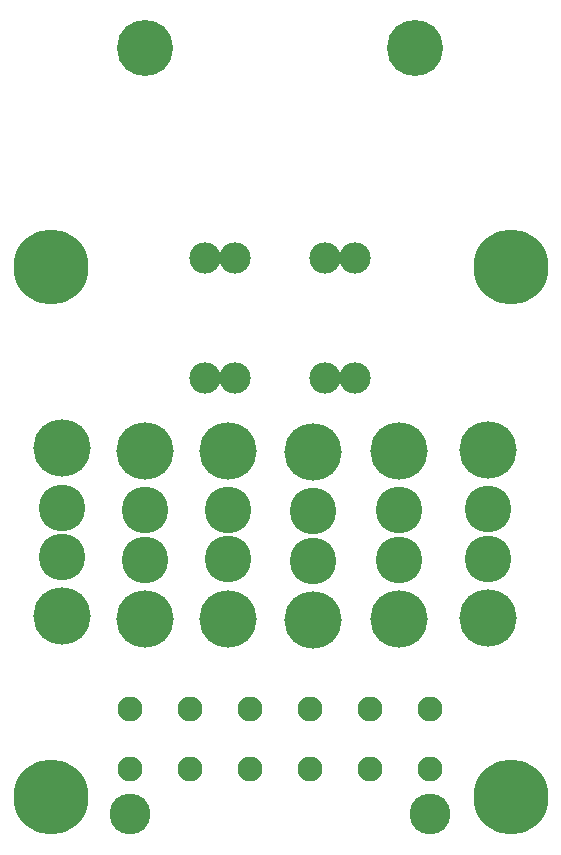
<source format=gbs>
G04 EasyPC Gerber Version 21.0.3 Build 4286 *
G04 #@! TF.Part,Single*
G04 #@! TF.FileFunction,Soldermask,Bot *
G04 #@! TF.FilePolarity,Negative *
%FSLAX45Y45*%
%MOIN*%
G04 #@! TA.AperFunction,ComponentPad*
%ADD81C,0.08283*%
%ADD83C,0.10449*%
%ADD82C,0.13598*%
%ADD160C,0.15567*%
%ADD84C,0.18717*%
%ADD159C,0.19110*%
G04 #@! TA.AperFunction,WasherPad*
%ADD26C,0.25016*%
X0Y0D02*
D02*
D26*
X24920Y24837D03*
Y201688D03*
X178148Y24837D03*
Y201688D03*
D02*
D81*
X51341Y34213D03*
Y54213D03*
X71341Y34213D03*
Y54213D03*
X91341Y34213D03*
Y54213D03*
X111341Y34213D03*
Y54213D03*
X131341Y34213D03*
Y54213D03*
X151341Y34213D03*
Y54213D03*
D02*
D82*
X51341Y19213D03*
X151341D03*
D02*
D83*
X76301Y164408D03*
Y204408D03*
X86301Y164408D03*
Y204408D03*
X116301Y164408D03*
Y204408D03*
X126301Y164408D03*
Y204408D03*
D02*
D84*
X56301Y274408D03*
X146301D03*
D02*
D159*
X28580Y85115D03*
Y141050D03*
X56287Y84241D03*
Y140176D03*
X84118Y84366D03*
Y140301D03*
X112198Y83992D03*
Y139927D03*
X140903Y84241D03*
Y140176D03*
X170731Y84491D03*
Y140426D03*
D02*
D160*
X28580Y104800D03*
Y121365D03*
X56287Y103926D03*
Y120491D03*
X84118Y104051D03*
Y120616D03*
X112198Y103677D03*
Y120242D03*
X140903Y103926D03*
Y120491D03*
X170731Y104176D03*
Y120741D03*
X0Y0D02*
M02*

</source>
